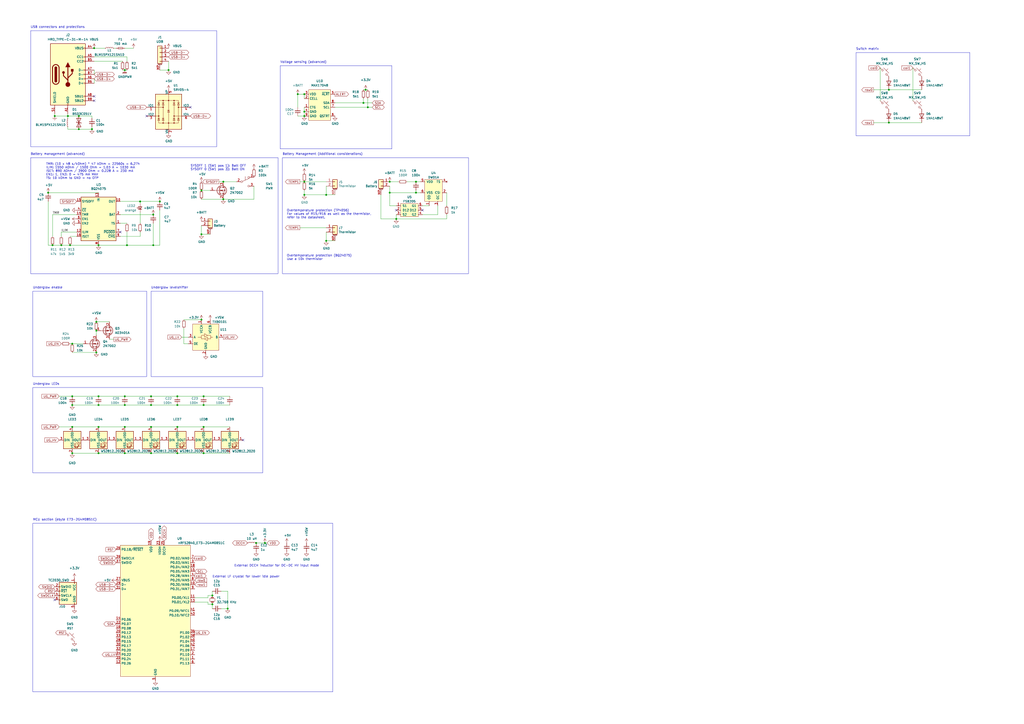
<source format=kicad_sch>
(kicad_sch (version 20231120) (generator "eeschema") (generator_version "8.0")
  (paper "A2")
  (junction (at 148.59 314.96))
  (junction (at 226.06 105.41))
  (junction (at 53.34 74.93))
  (junction (at 210.82 59.69))
  (junction (at 189.23 113.03))
  (junction (at 118.11 229.87))
  (junction (at 30.48 142.24) (diameter 0.9144))
  (junction (at 45.72 67.31))
  (junction (at 116.84 185.42))
  (junction (at 57.15 142.24) (diameter 0.9144))
  (junction (at 102.87 229.87))
  (junction (at 92.71 116.84))
  (junction (at 87.63 262.89))
  (junction (at 41.91 199.39))
  (junction (at 189.23 139.7))
  (junction (at 97.79 40.64))
  (junction (at 176.53 64.77))
  (junction (at 226.06 111.76))
  (junction (at 123.19 350.52))
  (junction (at 72.39 247.65))
  (junction (at 41.91 262.89))
  (junction (at 45.72 74.93))
  (junction (at 55.88 191.77))
  (junction (at 87.63 229.87))
  (junction (at 172.72 54.61))
  (junction (at 57.15 234.95))
  (junction (at 88.9 142.24))
  (junction (at 81.28 116.84))
  (junction (at 116.84 110.49))
  (junction (at 241.3 111.76))
  (junction (at 40.64 142.24) (diameter 0.9144))
  (junction (at 229.87 127))
  (junction (at 57.15 262.89))
  (junction (at 57.15 229.87))
  (junction (at 54.61 27.94))
  (junction (at 129.54 115.57))
  (junction (at 176.53 113.03))
  (junction (at 132.08 353.06))
  (junction (at 35.56 142.24) (diameter 0.9144))
  (junction (at 72.39 262.89))
  (junction (at 123.19 345.44))
  (junction (at 176.53 105.41))
  (junction (at 73.66 142.24) (diameter 0.9144))
  (junction (at 241.3 105.41))
  (junction (at 87.63 234.95))
  (junction (at 118.11 262.89))
  (junction (at 31.75 67.31))
  (junction (at 212.09 52.07))
  (junction (at 176.53 67.31))
  (junction (at 39.37 67.31))
  (junction (at 129.54 105.41))
  (junction (at 72.39 229.87))
  (junction (at 102.87 262.89))
  (junction (at 515.62 52.07))
  (junction (at 102.87 234.95))
  (junction (at 72.39 40.64))
  (junction (at 153.67 314.96))
  (junction (at 116.84 135.89))
  (junction (at 515.62 71.12))
  (junction (at 27.94 111.76))
  (junction (at 87.63 247.65))
  (junction (at 118.11 234.95))
  (junction (at 41.91 247.65))
  (junction (at 88.9 124.46) (diameter 0.9144))
  (junction (at 72.39 234.95))
  (junction (at 41.91 229.87))
  (junction (at 41.91 234.95))
  (junction (at 55.88 186.69))
  (junction (at 213.36 62.23))
  (junction (at 118.11 247.65))
  (junction (at 176.53 54.61))
  (junction (at 55.88 204.47))
  (junction (at 102.87 247.65))
  (junction (at 57.15 247.65))
  (no_connect (at 54.61 58.42))
  (no_connect (at 229.87 121.92))
  (no_connect (at 245.11 121.92))
  (no_connect (at 54.61 55.88))
  (no_connect (at 140.97 255.27))
  (no_connect (at 69.85 134.62))
  (no_connect (at 31.75 347.98))
  (no_connect (at 85.09 67.31))
  (no_connect (at 110.49 62.23))
  (wire (pts (xy 243.84 111.76) (xy 241.3 111.76)))
  (wire (pts (xy 41.91 229.87) (xy 57.15 229.87)))
  (wire (pts (xy 92.71 40.64) (xy 97.79 40.64)))
  (wire (pts (xy 118.11 234.95) (xy 133.35 234.95)))
  (wire (pts (xy 57.15 142.24) (xy 73.66 142.24)))
  (wire (pts (xy 39.37 74.93) (xy 45.72 74.93)))
  (wire (pts (xy 72.39 27.94) (xy 77.47 27.94)))
  (wire (pts (xy 102.87 229.87) (xy 118.11 229.87)))
  (wire (pts (xy 113.03 349.25) (xy 120.65 349.25)))
  (wire (pts (xy 81.28 116.84) (xy 92.71 116.84)))
  (wire (pts (xy 30.48 124.46) (xy 30.48 137.16)))
  (wire (pts (xy 41.91 199.39) (xy 48.26 199.39)))
  (wire (pts (xy 72.39 247.65) (xy 87.63 247.65)))
  (wire (pts (xy 69.85 129.54) (xy 73.66 129.54)))
  (wire (pts (xy 176.53 110.49) (xy 176.53 113.03)))
  (wire (pts (xy 105.41 195.58) (xy 109.22 195.58)))
  (wire (pts (xy 116.84 110.49) (xy 121.92 110.49)))
  (wire (pts (xy 120.65 346.71) (xy 120.65 345.44)))
  (wire (pts (xy 176.53 64.77) (xy 176.53 67.31)))
  (wire (pts (xy 30.48 142.24) (xy 35.56 142.24)))
  (wire (pts (xy 41.91 262.89) (xy 57.15 262.89)))
  (wire (pts (xy 229.87 124.46) (xy 229.87 127)))
  (wire (pts (xy 81.28 134.62) (xy 81.28 137.16)))
  (wire (pts (xy 35.56 134.62) (xy 44.45 134.62)))
  (wire (pts (xy 73.66 35.56) (xy 73.66 33.02)))
  (wire (pts (xy 213.36 62.23) (xy 215.9 62.23)))
  (wire (pts (xy 127 105.41) (xy 129.54 105.41)))
  (wire (pts (xy 102.87 262.89) (xy 118.11 262.89)))
  (wire (pts (xy 189.23 139.7) (xy 194.31 139.7)))
  (wire (pts (xy 153.67 314.96) (xy 154.94 314.96)))
  (wire (pts (xy 39.37 73.66) (xy 39.37 74.93)))
  (wire (pts (xy 123.19 342.9) (xy 123.19 345.44)))
  (wire (pts (xy 123.19 350.52) (xy 123.19 353.06)))
  (wire (pts (xy 72.39 40.64) (xy 73.66 40.64)))
  (wire (pts (xy 116.84 115.57) (xy 129.54 115.57)))
  (wire (pts (xy 176.53 62.23) (xy 176.53 64.77)))
  (wire (pts (xy 31.75 66.04) (xy 31.75 67.31)))
  (wire (pts (xy 245.11 119.38) (xy 248.92 119.38)))
  (wire (pts (xy 148.59 314.96) (xy 153.67 314.96)))
  (wire (pts (xy 73.66 33.02) (xy 54.61 33.02)))
  (wire (pts (xy 120.65 349.25) (xy 120.65 350.52)))
  (wire (pts (xy 97.79 40.64) (xy 97.79 35.56)))
  (wire (pts (xy 210.82 59.69) (xy 215.9 59.69)))
  (wire (pts (xy 194.31 62.23) (xy 213.36 62.23)))
  (wire (pts (xy 57.15 262.89) (xy 72.39 262.89)))
  (wire (pts (xy 54.61 45.72) (xy 54.61 48.26)))
  (wire (pts (xy 41.91 234.95) (xy 57.15 234.95)))
  (wire (pts (xy 254 124.46) (xy 254 119.38)))
  (wire (pts (xy 172.72 67.31) (xy 176.53 67.31)))
  (wire (pts (xy 66.04 27.94) (xy 67.31 27.94)))
  (wire (pts (xy 220.98 113.03) (xy 220.98 127)))
  (wire (pts (xy 226.06 111.76) (xy 241.3 111.76)))
  (wire (pts (xy 212.09 52.07) (xy 213.36 52.07)))
  (wire (pts (xy 53.34 68.58) (xy 53.34 67.31)))
  (wire (pts (xy 39.37 66.04) (xy 39.37 67.31)))
  (wire (pts (xy 27.94 111.76) (xy 57.15 111.76)))
  (wire (pts (xy 72.39 234.95) (xy 87.63 234.95)))
  (wire (pts (xy 88.9 129.54) (xy 88.9 142.24)))
  (wire (pts (xy 176.53 113.03) (xy 189.23 113.03)))
  (wire (pts (xy 226.06 111.76) (xy 226.06 119.38)))
  (wire (pts (xy 87.63 234.95) (xy 102.87 234.95)))
  (wire (pts (xy 63.5 196.85) (xy 66.04 196.85)))
  (wire (pts (xy 213.36 62.23) (xy 213.36 57.15)))
  (wire (pts (xy 40.64 137.16) (xy 44.45 137.16)))
  (wire (pts (xy 54.61 40.64) (xy 54.61 43.18)))
  (wire (pts (xy 30.48 124.46) (xy 44.45 124.46)))
  (wire (pts (xy 41.91 247.65) (xy 57.15 247.65)))
  (wire (pts (xy 226.06 105.41) (xy 231.14 105.41)))
  (wire (pts (xy 189.23 107.95) (xy 189.23 113.03)))
  (wire (pts (xy 172.72 54.61) (xy 172.72 62.23)))
  (wire (pts (xy 241.3 111.76) (xy 241.3 110.49)))
  (wire (pts (xy 106.68 199.39) (xy 109.22 199.39)))
  (wire (pts (xy 147.32 107.95) (xy 147.32 115.57)))
  (wire (pts (xy 147.32 115.57) (xy 129.54 115.57)))
  (wire (pts (xy 172.72 54.61) (xy 176.53 54.61)))
  (wire (pts (xy 210.82 52.07) (xy 212.09 52.07)))
  (wire (pts (xy 189.23 134.62) (xy 189.23 139.7)))
  (wire (pts (xy 45.72 67.31) (xy 39.37 67.31)))
  (wire (pts (xy 116.84 130.81) (xy 116.84 135.89)))
  (wire (pts (xy 69.85 124.46) (xy 88.9 124.46)))
  (wire (pts (xy 53.34 74.93) (xy 45.72 74.93)))
  (wire (pts (xy 57.15 229.87) (xy 72.39 229.87)))
  (wire (pts (xy 102.87 247.65) (xy 118.11 247.65)))
  (wire (pts (xy 173.99 105.41) (xy 176.53 105.41)))
  (wire (pts (xy 27.94 142.24) (xy 30.48 142.24)))
  (wire (pts (xy 72.39 229.87) (xy 87.63 229.87)))
  (wire (pts (xy 71.12 40.64) (xy 72.39 40.64)))
  (wire (pts (xy 54.61 27.94) (xy 60.96 27.94)))
  (wire (pts (xy 81.28 118.11) (xy 81.28 116.84)))
  (wire (pts (xy 210.82 59.69) (xy 210.82 57.15)))
  (wire (pts (xy 173.99 132.08) (xy 189.23 132.08)))
  (wire (pts (xy 120.65 345.44) (xy 123.19 345.44)))
  (wire (pts (xy 87.63 262.89) (xy 102.87 262.89)))
  (wire (pts (xy 57.15 234.95) (xy 72.39 234.95)))
  (wire (pts (xy 529.59 39.37) (xy 529.59 58.42)))
  (wire (pts (xy 128.27 353.06) (xy 132.08 353.06)))
  (wire (pts (xy 106.68 190.5) (xy 106.68 199.39)))
  (wire (pts (xy 53.34 74.93) (xy 53.34 73.66)))
  (wire (pts (xy 87.63 247.65) (xy 102.87 247.65)))
  (wire (pts (xy 69.85 137.16) (xy 81.28 137.16)))
  (wire (pts (xy 53.34 67.31) (xy 45.72 67.31)))
  (wire (pts (xy 116.84 135.89) (xy 121.92 135.89)))
  (wire (pts (xy 128.27 342.9) (xy 132.08 342.9)))
  (wire (pts (xy 226.06 119.38) (xy 229.87 119.38)))
  (wire (pts (xy 27.94 116.84) (xy 27.94 142.24)))
  (wire (pts (xy 73.66 134.62) (xy 73.66 142.24)))
  (wire (pts (xy 57.15 247.65) (xy 72.39 247.65)))
  (wire (pts (xy 54.61 35.56) (xy 71.12 35.56)))
  (wire (pts (xy 118.11 262.89) (xy 133.35 262.89)))
  (wire (pts (xy 41.91 204.47) (xy 55.88 204.47)))
  (wire (pts (xy 92.71 142.24) (xy 88.9 142.24)))
  (wire (pts (xy 515.62 52.07) (xy 534.67 52.07)))
  (wire (pts (xy 241.3 105.41) (xy 243.84 105.41)))
  (wire (pts (xy 506.73 52.07) (xy 515.62 52.07)))
  (wire (pts (xy 72.39 262.89) (xy 87.63 262.89)))
  (wire (pts (xy 194.31 59.69) (xy 210.82 59.69)))
  (wire (pts (xy 35.56 142.24) (xy 40.64 142.24)))
  (wire (pts (xy 226.06 107.95) (xy 226.06 111.76)))
  (wire (pts (xy 506.73 71.12) (xy 515.62 71.12)))
  (wire (pts (xy 118.11 247.65) (xy 133.35 247.65)))
  (wire (pts (xy 236.22 105.41) (xy 241.3 105.41)))
  (wire (pts (xy 118.11 229.87) (xy 133.35 229.87)))
  (wire (pts (xy 220.98 127) (xy 229.87 127)))
  (wire (pts (xy 106.68 185.42) (xy 116.84 185.42)))
  (wire (pts (xy 229.87 127) (xy 259.08 127)))
  (wire (pts (xy 176.53 105.41) (xy 189.23 105.41)))
  (wire (pts (xy 189.23 113.03) (xy 194.31 113.03)))
  (wire (pts (xy 73.66 142.24) (xy 88.9 142.24)))
  (wire (pts (xy 113.03 346.71) (xy 120.65 346.71)))
  (wire (pts (xy 81.28 123.19) (xy 81.28 129.54)))
  (wire (pts (xy 40.64 142.24) (xy 57.15 142.24)))
  (wire (pts (xy 34.29 229.87) (xy 41.91 229.87)))
  (wire (pts (xy 129.54 105.41) (xy 137.16 105.41)))
  (wire (pts (xy 92.71 121.92) (xy 92.71 142.24)))
  (wire (pts (xy 55.88 186.69) (xy 63.5 186.69)))
  (wire (pts (xy 515.62 71.12) (xy 534.67 71.12)))
  (wire (pts (xy 69.85 116.84) (xy 81.28 116.84)))
  (wire (pts (xy 35.56 134.62) (xy 35.56 137.16)))
  (wire (pts (xy 259.08 127) (xy 259.08 124.46)))
  (wire (pts (xy 510.54 39.37) (xy 510.54 58.42)))
  (wire (pts (xy 34.29 247.65) (xy 41.91 247.65)))
  (wire (pts (xy 120.65 350.52) (xy 123.19 350.52)))
  (wire (pts (xy 39.37 67.31) (xy 39.37 68.58)))
  (wire (pts (xy 55.88 191.77) (xy 55.88 194.31)))
  (wire (pts (xy 132.08 342.9) (xy 132.08 353.06)))
  (wire (pts (xy 176.53 54.61) (xy 176.53 57.15)))
  (wire (pts (xy 87.63 229.87) (xy 102.87 229.87)))
  (wire (pts (xy 245.11 124.46) (xy 254 124.46)))
  (wire (pts (xy 102.87 234.95) (xy 118.11 234.95)))
  (wire (pts (xy 31.75 67.31) (xy 39.37 67.31)))
  (wire (pts (xy 259.08 111.76) (xy 259.08 119.38)))
  (wire (pts (xy 40.64 199.39) (xy 41.91 199.39)))
  (rectangle (start 496.57 30.48) (end 562.61 78.74))
  (rectangle (start 17.78 91.44) (end 161.29 158.75))
  (rectangle (start 17.78 17.78) (end 125.73 85.09))
  (rectangle (start 19.05 168.91) (end 85.09 218.44))
  (rectangle (start 19.05 224.79) (end 152.4 274.32))
  (rectangle (start 87.63 168.91) (end 152.4 218.44))
  (rectangle (start 163.83 91.44) (end 271.78 158.75))
  (rectangle (start 162.56 38.1) (end 227.33 86.36))
  (rectangle (start 19.05 303.53) (end 193.04 401.32))
  (text "TMR: (10 x 48 s/kOhm) * 47 kOhm = 22560s = 6.27h\nILIM: 1550 AOhm / 1500 Ohm = 1.03 A = 1030 mA\nISET: 890 AOhm / 3900 Ohm = 0.228 A = 230 mA\nEN1: 1, EN2: 0 = 475 mA MAX\nTS: 10 kOhm to GND = no OTP" (at 26.67 104.14 0) (effects (font (size 1.27 1.27)) (justify left bottom)))
  (text "Switch matrix" (at 496.57 29.21 0) (effects (font (size 1.27 1.27)) (justify left bottom)))
  (text "USB connectors and protections" (at 17.78 16.51 0) (effects (font (size 1.27 1.27)) (justify left bottom)))
  (text "Underglow levelshifter" (at 87.63 167.64 0) (effects (font (size 1.27 1.27)) (justify left bottom)))
  (text "External LF crystal for lower idle power" (at 123.19 335.28 0) (effects (font (size 1.27 1.27)) (justify left bottom)))
  (text "Underglow LEDs" (at 19.05 223.52 0) (effects (font (size 1.27 1.27)) (justify left bottom)))
  (text "Battery management (advanced)" (at 17.78 90.17 0) (effects (font (size 1.27 1.27)) (justify left bottom)))
  (text "External DCCH inductor for DC-DC HV input mode" (at 135.89 328.93 0) (effects (font (size 1.27 1.27)) (justify left bottom)))
  (text "Overtemperature protection (TP4056)\nFor values of R15/R16 as well as the thermistor, \nrefer to the datasheet." (at 166.37 127 0) (effects (font (size 1.27 1.27)) (justify left bottom)))
  (text "Battery Management (Additional considerations)" (at 163.83 90.17 0) (effects (font (size 1.27 1.27)) (justify left bottom)))
  (text "SYSOFF 1 (SW1 pos 1): Batt OFF\nSYSOFF 0 (SW1 pos 3): Batt ON" (at 110.49 99.06 0) (effects (font (size 1.27 1.27)) (justify left bottom)))
  (text "Overtemperature protection (BQ24075)\nUse a 10k thermistor" (at 166.37 151.13 0) (effects (font (size 1.27 1.27)) (justify left bottom)))
  (text "MCU section (ebyte E73-2G4M08S1C)" (at 19.05 302.26 0) (effects (font (size 1.27 1.27)) (justify left bottom)))
  (text "Underglow enable" (at 19.05 167.64 0) (effects (font (size 1.27 1.27)) (justify left bottom)))
  (text "Voltage sensing (advanced)" (at 162.56 36.83 0) (effects (font (size 1.27 1.27)) (justify left bottom)))
  (label "TMR" (at 30.48 124.46 0))
  (label "ILIM" (at 35.56 134.62 0))
  (global_label "UG_PWR" (shape output) (at 66.04 196.85 0) (property "Intersheetrefs" "${INTERSHEET_REFS}" (effects (hide yes))))
  (global_label "USB-D+" (shape bidirectional) (at 97.79 33.02 0) (property "Intersheetrefs" "${INTERSHEET_REFS}" (effects (hide yes))))
  (global_label "col1" (shape input) (at 529.59 39.37 180) (property "Intersheetrefs" "${INTERSHEET_REFS}" (effects (hide yes))))
  (global_label "UG_EN" (shape input) (at 35.56 199.39 180) (property "Intersheetrefs" "${INTERSHEET_REFS}" (effects (hide yes))))
  (global_label "col1" (shape output) (at 113.03 334.01 0) (property "Intersheetrefs" "${INTERSHEET_REFS}" (effects (hide yes))))
  (global_label "USB-D-" (shape bidirectional) (at 85.09 62.23 180) (property "Intersheetrefs" "${INTERSHEET_REFS}" (effects (hide yes))))
  (global_label "TEMP1" (shape output) (at 173.99 105.41 180) (property "Intersheetrefs" "${INTERSHEET_REFS}" (effects (hide yes))))
  (global_label "USB-D+" (shape bidirectional) (at 110.49 67.31 0) (property "Intersheetrefs" "${INTERSHEET_REFS}" (effects (hide yes))))
  (global_label "SYSOFF" (shape output) (at 127 105.41 180) (property "Intersheetrefs" "${INTERSHEET_REFS}" (effects (hide yes))))
  (global_label "SDA" (shape bidirectional) (at 215.9 59.69 0) (property "Intersheetrefs" "${INTERSHEET_REFS}" (effects (hide yes))))
  (global_label "row0" (shape input) (at 113.03 336.55 0) (property "Intersheetrefs" "${INTERSHEET_REFS}" (effects (hide yes))))
  (global_label "row1" (shape input) (at 113.03 339.09 0) (property "Intersheetrefs" "${INTERSHEET_REFS}" (effects (hide yes))))
  (global_label "SWDIO" (shape bidirectional) (at 31.75 340.36 180) (property "Intersheetrefs" "${INTERSHEET_REFS}" (effects (hide yes))))
  (global_label "row0" (shape output) (at 506.73 52.07 180) (property "Intersheetrefs" "${INTERSHEET_REFS}" (effects (hide yes))))
  (global_label "USB-D-" (shape bidirectional) (at 67.31 339.09 180) (property "Intersheetrefs" "${INTERSHEET_REFS}" (effects (hide yes))))
  (global_label "UG_PWR" (shape input) (at 34.29 229.87 180) (property "Intersheetrefs" "${INTERSHEET_REFS}" (effects (hide yes))))
  (global_label "SWDCLK" (shape output) (at 31.75 345.44 180) (property "Intersheetrefs" "${INTERSHEET_REFS}" (effects (hide yes))))
  (global_label "USB-D+" (shape bidirectional) (at 54.61 45.72 0) (property "Intersheetrefs" "${INTERSHEET_REFS}" (effects (hide yes))))
  (global_label "VDD" (shape bidirectional) (at 154.94 314.96 0) (property "Intersheetrefs" "${INTERSHEET_REFS}" (effects (hide yes))))
  (global_label "USB-D-" (shape bidirectional) (at 54.61 43.18 0) (property "Intersheetrefs" "${INTERSHEET_REFS}" (effects (hide yes))))
  (global_label "SCL" (shape bidirectional) (at 215.9 62.23 0) (property "Intersheetrefs" "${INTERSHEET_REFS}" (effects (hide yes))))
  (global_label "VDD" (shape bidirectional) (at 87.63 313.69 90) (property "Intersheetrefs" "${INTERSHEET_REFS}" (effects (hide yes))))
  (global_label "RST" (shape output) (at 31.75 342.9 180) (property "Intersheetrefs" "${INTERSHEET_REFS}" (effects (hide yes))))
  (global_label "UG_LV" (shape input) (at 105.41 195.58 180) (property "Intersheetrefs" "${INTERSHEET_REFS}" (effects (hide yes))))
  (global_label "UG_LV" (shape output) (at 67.31 379.73 180) (property "Intersheetrefs" "${INTERSHEET_REFS}" (effects (hide yes))))
  (global_label "row1" (shape output) (at 506.73 71.12 180) (property "Intersheetrefs" "${INTERSHEET_REFS}" (effects (hide yes))))
  (global_label "ALERT" (shape output) (at 194.31 54.61 0) (property "Intersheetrefs" "${INTERSHEET_REFS}" (effects (hide yes))))
  (global_label "TEMP1" (shape output) (at 173.99 132.08 180) (property "Intersheetrefs" "${INTERSHEET_REFS}" (effects (hide yes))))
  (global_label "SCL" (shape bidirectional) (at 113.03 331.47 0) (property "Intersheetrefs" "${INTERSHEET_REFS}" (effects (hide yes))))
  (global_label "SWDCLK" (shape input) (at 67.31 323.85 180) (property "Intersheetrefs" "${INTERSHEET_REFS}" (effects (hide yes))))
  (global_label "UG_PWR" (shape input) (at 34.29 247.65 180) (property "Intersheetrefs" "${INTERSHEET_REFS}" (effects (hide yes))))
  (global_label "UG_EN" (shape output) (at 113.03 367.03 0) (property "Intersheetrefs" "${INTERSHEET_REFS}" (effects (hide yes))))
  (global_label "RST" (shape output) (at 38.1 367.03 180) (property "Intersheetrefs" "${INTERSHEET_REFS}" (effects (hide yes))))
  (global_label "RST" (shape input) (at 67.31 318.77 180) (property "Intersheetrefs" "${INTERSHEET_REFS}" (effects (hide yes))))
  (global_label "SDA" (shape bidirectional) (at 67.31 361.95 180) (property "Intersheetrefs" "${INTERSHEET_REFS}" (effects (hide yes))))
  (global_label "DCCH" (shape bidirectional) (at 143.51 314.96 180) (property "Intersheetrefs" "${INTERSHEET_REFS}" (effects (hide yes))))
  (global_label "SWDIO" (shape bidirectional) (at 67.31 326.39 180) (property "Intersheetrefs" "${INTERSHEET_REFS}" (effects (hide yes))))
  (global_label "col0" (shape output) (at 113.03 323.85 0) (property "Intersheetrefs" "${INTERSHEET_REFS}" (effects (hide yes))))
  (global_label "col0" (shape input) (at 510.54 39.37 180) (property "Intersheetrefs" "${INTERSHEET_REFS}" (effects (hide yes))))
  (global_label "USB-D+" (shape bidirectional) (at 67.31 341.63 180) (property "Intersheetrefs" "${INTERSHEET_REFS}" (effects (hide yes))))
  (global_label "SYSOFF" (shape input) (at 44.45 116.84 180) (property "Intersheetrefs" "${INTERSHEET_REFS}" (effects (hide yes))))
  (global_label "UG_HV" (shape output) (at 129.54 195.58 0) (property "Intersheetrefs" "${INTERSHEET_REFS}" (effects (hide yes))))
  (global_label "DCCH" (shape bidirectional) (at 95.25 313.69 90) (property "Intersheetrefs" "${INTERSHEET_REFS}" (effects (hide yes))))
  (global_label "USB-D-" (shape bidirectional) (at 97.79 30.48 0) (property "Intersheetrefs" "${INTERSHEET_REFS}" (effects (hide yes))))
  (global_label "UG_HV" (shape input) (at 34.29 255.27 180) (property "Intersheetrefs" "${INTERSHEET_REFS}" (effects (hide yes))))
  (symbol (lib_id "power:GND") (at 41.91 262.89 0) (unit 1)
    (property "Reference" "#PWR080" (effects (hide yes)))
    (property "Value" "GND" (at 41.91 268.605 0))
  )
  (symbol (lib_id "PCM_marbastlib-various:WS2812_2020") (at 57.15 255.27 0) (unit 1)
    (property "Reference" "LED4" (at 57.15 243.205 0))
    (property "Value" "WS2812_2020" (at 58.42 260.985 0) (effects (justify left top)))
    (property "Footprint" "PCM_marbastlib-various:LED_WS2812_2020" (effects (hide yes)))
    (property "Datasheet" "https://www.world-semi.com/DownLoadFile/139" (effects (hide yes)))
  )
  (symbol (lib_id "power:+3.3V") (at 43.18 335.28 0) (unit 1)
    (property "Reference" "#PWR052" (effects (hide yes)))
    (property "Value" "+3.3V" (at 43.18 329.565 0))
  )
  (symbol (lib_id "power:+3.3V") (at 116.84 185.42 0) (unit 1)
    (property "Reference" "#PWR074" (effects (hide yes)))
    (property "Value" "+3.3V" (at 112.395 184.15 0))
  )
  (symbol (lib_id "power:GND") (at 44.45 121.92 270) (unit 1)
    (property "Reference" "#PWR023" (effects (hide yes)))
    (property "Value" "GND" (at 40.64 121.9199 90) (effects (justify right)))
  )
  (symbol (lib_id "PCM_marbastlib-various:nRF52840_E73-2G4M08S1C") (at 90.17 354.33 0) (unit 1)
    (property "Reference" "U9" (at 104.14 312.42 0))
    (property "Value" "nRF52840_E73-2G4M08S1C" (at 116.84 314.96 0))
    (property "Footprint" "PCM_marbastlib-various:nRF52840_E73-2G4M08S1C" (effects (hide yes)))
    (property "Datasheet" "https://www.ebyte.com/en/downpdf.aspx?id=445" (effects (hide yes)))
    (property "LCSC" "C356849" (effects (hide yes)))
  )
  (symbol (lib_id "power:+5V") (at 77.47 27.94 0) (unit 1)
    (property "Reference" "#PWR02" (effects (hide yes)))
    (property "Value" "+5V" (at 77.47 22.86 0))
  )
  (symbol (lib_id "PCM_marbastlib-various:WS2812_2020") (at 102.87 255.27 0) (unit 1)
    (property "Reference" "LED7" (at 102.87 243.205 0))
    (property "Value" "WS2812_2020" (at 104.14 260.985 0) (effects (justify left top)))
    (property "Footprint" "PCM_marbastlib-various:LED_WS2812_2020" (effects (hide yes)))
    (property "Datasheet" "https://www.world-semi.com/DownLoadFile/139" (effects (hide yes)))
  )
  (symbol (lib_id "Device:R_Small") (at 35.56 139.7 0) (unit 1)
    (property "Reference" "R12" (at 34.29 144.78 0) (effects (justify left)))
    (property "Value" "1k5" (at 34.29 147.32 0) (effects (justify left)))
    (property "Footprint" "Resistor_SMD:R_0402_1005Metric" (effects (hide yes)))
  )
  (symbol (lib_id "power:GND") (at 55.88 204.47 0) (unit 1)
    (property "Reference" "#PWR077" (effects (hide yes)))
    (property "Value" "GND" (at 58.42 205.5494 0) (effects (justify left)))
  )
  (symbol (lib_id "power:+5V") (at 67.31 336.55 90) (unit 1)
    (property "Reference" "#PWR053" (effects (hide yes)))
    (property "Value" "+5V" (at 62.23 336.55 90))
  )
  (symbol (lib_id "power:+5V") (at 27.94 111.76 0) (unit 1)
    (property "Reference" "#PWR017" (effects (hide yes)))
    (property "Value" "+5V" (at 28.321 107.3658 0))
  )
  (symbol (lib_id "power:+BATT") (at 147.32 97.79 0) (unit 1)
    (property "Reference" "#PWR010" (effects (hide yes)))
    (property "Value" "+BATT" (at 149.86 96.5199 0) (effects (justify left)))
  )
  (symbol (lib_id "Device:R_Small") (at 41.91 201.93 0) (unit 1)
    (property "Reference" "R25" (at 44.45 200.6599 0) (effects (justify left)))
    (property "Value" "10k" (at 44.45 203.1999 0) (effects (justify left)))
    (property "Footprint" "Resistor_SMD:R_0402_1005Metric" (effects (hide yes)))
  )
  (symbol (lib_id "power:GND") (at 119.38 205.74 0) (unit 1)
    (property "Reference" "#PWR078" (effects (hide yes)))
    (property "Value" "GND" (at 121.92 206.8194 0) (effects (justify left)))
  )
  (symbol (lib_id "Device:C_Small") (at 133.35 232.41 180) (unit 1)
    (property "Reference" "C24" (at 130.175 231.1335 0) (effects (justify left)))
    (property "Value" "100n" (at 130.175 233.6735 0) (effects (justify left)))
    (property "Footprint" "Capacitor_SMD:C_0402_1005Metric" (effects (hide yes)))
    (property "Notes" "X7R, 10%" (effects (hide yes)))
  )
  (symbol (lib_id "Device:C_Small") (at 125.73 342.9 90) (unit 1)
    (property "Reference" "C15" (at 125.73 339.4202 90))
    (property "Value" "12p" (at 125.73 337.1088 90))
    (property "Footprint" "Capacitor_SMD:C_0402_1005Metric" (effects (hide yes)))
    (property "Notes" "NP0, 2%" (effects (hide yes)))
  )
  (symbol (lib_id "power:GND") (at 229.87 127 0) (mirror y) (unit 1)
    (property "Reference" "#PWR035" (effects (hide yes)))
    (property "Value" "GND" (at 229.743 131.3942 0))
  )
  (symbol (lib_id "Device:C_Small") (at 87.63 232.41 180) (unit 1)
    (property "Reference" "C21" (at 84.455 231.1335 0) (effects (justify left)))
    (property "Value" "100n" (at 84.455 233.6735 0) (effects (justify left)))
    (property "Footprint" "Capacitor_SMD:C_0402_1005Metric" (effects (hide yes)))
    (property "Notes" "X7R, 10%" (effects (hide yes)))
  )
  (symbol (lib_id "power:VBUS") (at 97.79 27.94 0) (unit 1)
    (property "Reference" "#PWR03" (effects (hide yes)))
    (property "Value" "VBUS" (at 100.33 26.6699 0) (effects (justify left)))
  )
  (symbol (lib_id "Device:L_Small") (at 63.5 27.94 90) (unit 1)
    (property "Reference" "L1" (at 63.5 29.21 90))
    (property "Value" "BLM15PX121SN1D" (at 63.5 31.75 90))
    (property "Footprint" "Inductor_SMD:L_0402_1005Metric" (effects (hide yes)))
  )
  (symbol (lib_id "Connector:USB_C_Receptacle_USB2.0") (at 39.37 43.18 0) (unit 1)
    (property "Reference" "J2" (at 39.37 20.32 0))
    (property "Value" "HRO_TYPE-C-31-M-14" (at 39.37 22.86 0))
    (property "Footprint" "Connector_USB:USB_C_Receptacle_HRO_TYPE-C-31-M-12" (effects (hide yes)))
    (property "Datasheet" "https://www.usb.org/sites/default/files/documents/usb_type-c.zip" (effects (hide yes)))
  )
  (symbol (lib_id "Transistor_FET:2N7002") (at 53.34 199.39 0) (unit 1)
    (property "Reference" "Q4" (at 59.69 198.1199 0) (effects (justify left)))
    (property "Value" "2N7002" (at 59.69 200.6599 0) (effects (justify left)))
    (property "Footprint" "Package_TO_SOT_SMD:SOT-23" (effects (hide yes)))
    (property "Datasheet" "https://www.onsemi.com/pub/Collateral/NDS7002A-D.PDF" (effects (hide yes)))
  )
  (symbol (lib_id "Device:C_Small") (at 148.59 317.5 0) (unit 1)
    (property "Reference" "C12" (at 151.13 316.2363 0) (effects (justify left)))
    (property "Value" "1u" (at 151.13 318.7763 0) (effects (justify left)))
    (property "Footprint" "Capacitor_SMD:C_0402_1005Metric" (effects (hide yes)))
    (property "Notes" "X7R, 10%" (effects (hide yes)))
  )
  (symbol (lib_id "PCM_marbastlib-mx:MX_SW_HS") (at 513.08 41.91 0) (unit 1)
    (property "Reference" "SW6" (at 513.08 34.29 0))
    (property "Value" "MX_SW_HS" (at 513.08 36.83 0))
    (property "Footprint" "PCM_marbastlib-mx:SW_MX_HS_CPG151101S11_1u" (effects (hide yes)))
  )
  (symbol (lib_id "Device:L_Small") (at 39.37 71.12 0) (mirror y) (unit 1)
    (property "Reference" "L2" (at 38.1 69.8499 0) (effects (justify left)))
    (property "Value" "BLM15PX121SN1D" (at 38.1 72.3899 0) (effects (justify left)))
    (property "Footprint" "Inductor_SMD:L_0402_1005Metric" (effects (hide yes)))
  )
  (symbol (lib_id "Device:R_Small") (at 30.48 139.7 0) (unit 1)
    (property "Reference" "R11" (at 29.21 144.78 0) (effects (justify left)))
    (property "Value" "47k" (at 29.21 147.32 0) (effects (justify left)))
    (property "Footprint" "Resistor_SMD:R_0402_1005Metric" (effects (hide yes)))
  )
  (symbol (lib_id "Battery_Management:BQ24075RGT") (at 57.15 127 0) (unit 1)
    (property "Reference" "U3" (at 57.15 107.1626 0))
    (property "Value" "BQ24075" (at 57.15 109.474 0))
    (property "Footprint" "Package_DFN_QFN:VQFN-16-1EP_3x3mm_P0.5mm_EP1.6x1.6mm" (effects (hide yes)))
    (property "Datasheet" "http://www.ti.com/lit/ds/symlink/bq24075.pdf" (effects (hide yes)))
  )
  (symbol (lib_id "Switch:SW_Push_45deg") (at 40.64 369.57 0) (unit 1)
    (property "Reference" "SW5" (at 40.64 361.95 0))
    (property "Value" "RST" (at 40.64 364.49 0))
    (property "Footprint" "PCM_marbastlib-various:SW_SPST_SKQG_WithStem" (effects (hide yes)))
  )
  (symbol (lib_id "Diode:1N4148WT") (at 515.62 67.31 90) (unit 1)
    (property "Reference" "D5" (at 518.16 66.0399 90) (effects (justify right)))
    (property "Value" "1N4148WT" (at 518.16 68.5799 90) (effects (justify right)))
    (property "Footprint" "Diode_SMD:D_SOD-523" (effects (hide yes)))
    (property "Datasheet" "https://www.diodes.com/assets/Datasheets/ds30396.pdf" (effects (hide yes)))
  )
  (symbol (lib_id "Transistor_FET:AO3401A") (at 60.96 191.77 0) (mirror x) (unit 1)
    (property "Reference" "Q3" (at 66.675 190.4999 0) (effects (justify left)))
    (property "Value" "AO3401A" (at 66.675 193.0399 0) (effects (justify left)))
    (property "Footprint" "Package_TO_SOT_SMD:SOT-23" (effects (hide yes)))
    (property "Datasheet" "http://www.aosmd.com/pdfs/datasheet/AO3401A.pdf" (effects (hide yes)))
  )
  (symbol (lib_id "power:VBUS") (at 54.61 27.94 0) (unit 1)
    (property "Reference" "#PWR01" (effects (hide yes)))
    (property "Value" "VBUS" (at 54.61 22.86 0))
  )
  (symbol (lib_id "power:+3.3V") (at 212.09 52.07 0) (unit 1)
    (property "Reference" "#PWR068" (effects (hide yes)))
    (property "Value" "+3.3V" (at 212.09 46.355 0))
  )
  (symbol (lib_id "PCM_marbastlib-various:WS2812_2020") (at 133.35 255.27 0) (unit 1)
    (property "Reference" "LED9" (at 133.35 243.205 0))
    (property "Value" "WS2812_2020" (at 134.62 260.985 0) (effects (justify left top)))
    (property "Footprint" "PCM_marbastlib-various:LED_WS2812_2020" (effects (hide yes)))
    (property "Datasheet" "https://www.world-semi.com/DownLoadFile/139" (effects (hide yes)))
  )
  (symbol (lib_id "power:GND") (at 97.79 40.64 0) (unit 1)
    (property "Reference" "#PWR05" (effects (hide yes)))
    (property "Value" "GND" (at 100.33 41.9099 0) (effects (justify left)))
  )
  (symbol (lib_id "power:GND") (at 43.18 353.06 0) (mirror y) (unit 1)
    (property "Reference" "#PWR058" (effects (hide yes)))
    (property "Value" "GND" (at 43.18 358.14 0))
  )
  (symbol (lib_id "Device:R_Small") (at 81.28 132.08 0) (unit 1)
    (property "Reference" "R10" (at 83.82 130.8099 0) (effects (justify left)))
    (property "Value" "1k5" (at 83.82 133.3499 0) (effects (justify left)))
    (property "Footprint" "Resistor_SMD:R_0402_1005Metric" (effects (hide yes)))
  )
  (symbol (lib_id "Device:R_Small") (at 210.82 54.61 180) (unit 1)
    (property "Reference" "R18" (at 208.28 53.34 0) (effects (justify left)))
    (property "Value" "5k1" (at 208.28 55.88 0) (effects (justify left)))
    (property "Footprint" "Resistor_SMD:R_0402_1005Metric" (effects (hide yes)))
  )
  (symbol (lib_id "PCM_marbastlib-mx:MX_SW_HS") (at 532.13 60.96 0) (unit 1)
    (property "Reference" "SW9" (at 532.13 53.975 0))
    (property "Value" "MX_SW_HS" (at 532.13 56.515 0))
    (property "Footprint" "PCM_marbastlib-mx:SW_MX_HS_CPG151101S11_1u" (effects (hide yes)))
  )
  (symbol (lib_id "PCM_marbastlib-mx:MX_SW_HS") (at 513.08 60.96 0) (unit 1)
    (property "Reference" "SW8" (at 513.08 53.975 0))
    (property "Value" "MX_SW_HS" (at 513.08 56.515 0))
    (property "Footprint" "PCM_marbastlib-mx:SW_MX_HS_CPG151101S11_1u" (effects (hide yes)))
  )
  (symbol (lib_id "Device:Fuse_Small") (at 69.85 27.94 0) (unit 1)
    (property "Reference" "F1" (at 69.85 22.86 0))
    (property "Value" "750 mA" (at 69.85 25.4 0))
    (property "Footprint" "Fuse:Fuse_0603_1608Metric" (effects (hide yes)))
  )
  (symbol (lib_id "Device:C_Small") (at 27.94 114.3 0) (unit 1)
    (property "Reference" "C5" (at 25.4 113.0362 0) (effects (justify right)))
    (property "Value" "4u7" (at 25.4 115.5762 0) (effects (justify right)))
    (property "Footprint" "Capacitor_SMD:C_0402_1005Metric" (effects (hide yes)))
    (property "Notes" "X7R, 10%" (effects (hide yes)))
  )
  (symbol (lib_id "power:GND") (at 97.79 77.47 0) (unit 1)
    (property "Reference" "#PWR09" (effects (hide yes)))
    (property "Value" "GND" (at 97.917 81.8642 0))
  )
  (symbol (lib_id "power:GNDPWR") (at 72.39 40.64 0) (unit 1)
    (property "Reference" "#PWR04" (effects (hide yes)))
    (property "Value" "GNDPWR" (at 72.4916 44.5516 0))
  )
  (symbol (lib_id "Device:R_Small") (at 116.84 113.03 0) (unit 1)
    (property "Reference" "R7" (at 114.3 111.7599 0) (effects (justify right)))
    (property "Value" "10k" (at 114.3 114.2999 0) (effects (justify right)))
    (property "Footprint" "Resistor_SMD:R_0402_1005Metric" (effects (hide yes)))
  )
  (symbol (lib_id "marbastlib-various:MAX17048") (at 185.42 60.96 0) (unit 1)
    (property "Reference" "U10" (at 185.42 46.99 0))
    (property "Value" "MAX17048" (at 185.42 49.53 0))
    (property "Footprint" "Package_DFN_QFN:DFN-8-1EP_2x2mm_P0.5mm_EP0.7x1.3mm" (effects (hide yes)))
    (property "Datasheet" "https://datasheets.maximintegrated.com/en/ds/MAX17048-MAX17049.pdf" (effects (hide yes)))
  )
  (symbol (lib_id "Switch:SW_Push_SPDT") (at 142.24 105.41 0) (unit 1)
    (property "Reference" "SW1" (at 156.21 106.68 0))
    (property "Value" "PWR" (at 156.21 109.22 0))
    (property "Footprint" "PCM_marbastlib-various:SW_MSK12C02-HB" (effects (hide yes)))
  )
  (symbol (lib_id "Device:C_Small") (at 57.15 232.41 180) (unit 1)
    (property "Reference" "C19" (at 53.975 231.1335 0) (effects (justify left)))
    (property "Value" "100n" (at 53.975 233.6735 0) (effects (justify left)))
    (property "Footprint" "Capacitor_SMD:C_0402_1005Metric" (effects (hide yes)))
    (property "Notes" "X7R, 10%" (effects (hide yes)))
  )
  (symbol (lib_id "Device:LED_Small") (at 81.28 120.65 90) (unit 1)
    (property "Reference" "LED2" (at 73.66 119.38 90) (effects (justify right)))
    (property "Value" "orange" (at 72.39 121.92 90) (effects (justify right)))
    (property "Footprint" "LED_SMD:LED_0402_1005Metric" (effects (hide yes)))
  )
  (symbol (lib_id "power:+5V") (at 166.37 314.96 0) (unit 1)
    (property "Reference" "#PWR043" (effects (hide yes)))
    (property "Value" "+5V" (at 166.751 310.5658 0))
  )
  (symbol (lib_id "Device:C_Small") (at 166.37 317.5 0) (unit 1)
    (property "Reference" "C13" (at 168.91 316.2363 0) (effects (justify left)))
    (property "Value" "4u7" (at 168.91 318.7763 0) (effects (justify left)))
    (property "Footprint" "Capacitor_SMD:C_0402_1005Metric" (effects (hide yes)))
    (property "Notes" "X7R, 10%" (effects (hide yes)))
  )
  (symbol (lib_id "Device:C_Small") (at 118.11 232.41 180) (unit 1)
    (property "Reference" "C23" (at 114.935 231.1335 0) (effects (justify left)))
    (property "Value" "100n" (at 114.935 233.6735 0) (effects (justify left)))
    (property "Footprint" "Capacitor_SMD:C_0402_1005Metric" (effects (hide yes)))
    (property "Notes" "X7R, 10%" (effects (hide yes)))
  )
  (symbol (lib_id "power:GND") (at 44.45 129.54 270) (unit 1)
    (property "Reference" "#PWR027" (effects (hide yes)))
    (property "Value" "GND" (at 40.64 129.5399 90) (effects (justify right)))
  )
  (symbol (lib_id "power:+VSW") (at 44.45 127 90) (unit 1)
    (property "Reference" "#PWR025" (effects (hide yes)))
    (property "Value" "+VSW" (at 40.64 126.9999 90) (effects (justify left)))
  )
  (symbol (lib_id "power:GND") (at 176.53 113.03 0) (unit 1)
    (property "Reference" "#PWR034" (effects (hide yes)))
    (property "Value" "GND" (at 176.657 117.4242 0))
  )
  (symbol (lib_id "power:GND") (at 132.08 353.06 0) (unit 1)
    (property "Reference" "#PWR059" (effects (hide yes)))
    (property "Value" "GND" (at 132.08 358.14 0))
  )
  (symbol (lib_id "Device:C_Small") (at 102.87 232.41 180) (unit 1)
    (property "Reference" "C22" (at 99.695 231.1335 0) (effects (justify left)))
    (property "Value" "100n" (at 99.695 233.6735 0) (effects (justify left)))
    (property "Footprint" "Capacitor_SMD:C_0402_1005Metric" (effects (hide yes)))
    (property "Notes" "X7R, 10%" (effects (hide yes)))
  )
  (symbol (lib_id "Device:C_Small") (at 88.9 127 0) (unit 1)
    (property "Reference" "C7" (at 95.25 125.9586 0) (effects (justify left)))
    (property "Value" "4u7" (at 95.25 128.27 0) (effects (justify left)))
    (property "Footprint" "Capacitor_SMD:C_0402_1005Metric" (effects (hide yes)))
    (property "Notes" "X7R, 10%" (effects (hide yes)))
  )
  (symbol (lib_id "power:GND") (at 116.84 135.89 0) (unit 1)
    (property "Reference" "#PWR029" (effects (hide yes)))
    (property "Value" "GND" (at 116.967 140.2842 0))
  )
  (symbol (lib_id "Device:R_Small") (at 176.53 102.87 0) (unit 1)
    (property "Reference" "R14" (at 179.07 101.5999 0) (effects (justify left)))
    (property "Value" "5k" (at 179.07 104.1399 0) (effects (justify left)))
    (property "Footprint" "Resistor_SMD:R_0402_1005Metric" (effects (hide yes)))
  )
  (symbol (lib_id "Device:R_Small") (at 116.84 107.95 0) (unit 1)
    (property "Reference" "R4" (at 114.3 106.6799 0) (effects (justify right)))
    (property "Value" "100R" (at 114.3 109.2199 0) (effects (justify right)))
    (property "Footprint" "Resistor_SMD:R_0402_1005Metric" (effects (hide yes)))
  )
  (symbol (lib_id "Connector_Generic_MountingPin:Conn_01x02_MountingPin") (at 194.31 105.41 0) (unit 1)
    (property "Reference" "J5" (at 196.342 105.6132 0) (effects (justify left)))
    (property "Value" "Thermistor" (at 196.342 107.9246 0) (effects (justify left)))
    (property "Footprint" "Connector_JST:JST_PH_S2B-PH-K_1x02_P2.00mm_Horizontal" (effects (hide yes)))
  )
  (symbol (lib_id "PCM_marbastlib-various:WS2812_2020") (at 87.63 255.27 0) (unit 1)
    (property "Reference" "LED6" (at 87.63 243.205 0))
    (property "Value" "WS2812_2020" (at 88.9 260.985 0) (effects (justify left top)))
    (property "Footprint" "PCM_marbastlib-various:LED_WS2812_2020" (effects (hide yes)))
    (property "Datasheet" "https://www.world-semi.com/DownLoadFile/139" (effects (hide yes)))
  )
  (symbol (lib_id "power:GND") (at 177.8 320.04 0) (unit 1)
    (property "Reference" "#PWR047" (effects (hide yes)))
    (property "Value" "GND" (at 177.8 324.485 0))
  )
  (symbol (lib_id "Connector_Generic_MountingPin:Conn_01x02_MountingPin") (at 121.92 128.27 0) (unit 1)
    (property "Reference" "J3" (at 123.952 128.4732 0) (effects (justify left)))
    (property "Value" "Battery" (at 123.952 130.7846 0) (effects (justify left)))
    (property "Footprint" "PCM_marbastlib-various:Molex_Pico-EZmate_78171-0002_1x02-1MP_P1.20mm_Vertical" (effects (hide yes)))
    (property "LCSC" "C505023" (effects (hide yes)))
  )
  (symbol (lib_id "Device:R_Small") (at 106.68 187.96 0) (unit 1)
    (property "Reference" "R22" (at 104.775 186.6899 0) (effects (justify right)))
    (property "Value" "10k" (at 104.775 189.2299 0) (effects (justify right)))
    (property "Footprint" "Resistor_SMD:R_0402_1005Metric" (effects (hide yes)))
  )
  (symbol (lib_id "power:GND") (at 194.31 67.31 0) (unit 1)
    (property "Reference" "#PWR073" (effects (hide yes)))
    (property "Value" "GND" (at 194.437 71.7042 0))
  )
  (symbol (lib_id "Device:R_Small") (at 73.66 38.1 0) (mirror x) (unit 1)
    (property "Reference" "R2" (at 76.2 36.8299 0) (effects (justify left)))
    (property "Value" "5k1" (at 76.2 39.3699 0) (effects (justify left)))
    (property "Footprint" "Resistor_SMD:R_0402_1005Metric" (effects (hide yes)))
  )
  (symbol (lib_id "power:GND") (at 57.15 142.24 0) (unit 1)
    (property "Reference" "#PWR031" (effects (hide yes)))
    (property "Value" "GND" (at 57.277 146.6342 0))
  )
  (symbol (lib_id "Power_Protection:SRV05-4") (at 97.79 64.77 0) (unit 1)
    (property "Reference" "U1" (at 100.5587 49.53 0) (effects (justify left)))
    (property "Value" "SRV05-4" (at 100.5587 52.07 0) (effects (justify left)))
    (property "Footprint" "Package_TO_SOT_SMD:SOT-23-6" (effects (hide yes)))
    (property "Datasheet" "http://www.onsemi.com/pub/Collateral/SRV05-4-D.PDF" (effects (hide yes)))
  )
  (symbol (lib_id "Device:C_Small") (at 172.72 64.77 180) (unit 1)
    (property "Reference" "C17" (at 170.3832 65.9384 0) (effects (justify left)))
    (property "Value" "100n" (at 170.3832 63.627 0) (effects (justify left)))
    (property "Footprint" "Capacitor_SMD:C_0402_1005Metric" (effects (hide yes)))
    (property "Notes" "X7R, 10%" (effects (hide yes)))
  )
  (symbol (lib_id "Device:R_Small") (at 147.32 100.33 180) (unit 1)
    (property "Reference" "R3" (at 149.86 99.0599 0) (effects (justify right)))
    (property "Value" "100k" (at 149.86 101.5999 0) (effects (justify right)))
    (property "Footprint" "Resistor_SMD:R_0402_1005Metric" (effects (hide yes)))
  )
  (symbol (lib_id "power:GND") (at 166.37 320.04 0) (unit 1)
    (property "Reference" "#PWR046" (effects (hide yes)))
    (property "Value" "GND" (at 166.37 324.485 0))
  )
  (symbol (lib_id "Device:L_Small") (at 146.05 314.96 90) (unit 1)
    (property "Reference" "L3" (at 146.05 309.88 90))
    (property "Value" "10 uH" (at 146.05 312.42 90))
    (property "Footprint" "Inductor_SMD:L_0603_1608Metric" (effects (hide yes)))
    (property "Notes" "80 mA, 20%" (effects (hide yes)))
    (property "LCSC" "C92982" (effects (hide yes)))
  )
  (symbol (lib_id "PCM_marbastlib-various:WS2812_2020") (at 72.39 255.27 0) (unit 1)
    (property "Reference" "LED5" (at 72.39 243.205 0))
    (property "Value" "WS2812_2020" (at 73.66 260.985 0) (effects (justify left top)))
    (property "Footprint" "PCM_marbastlib-various:LED_WS2812_2020" (effects (hide yes)))
    (property "Datasheet" "https://www.world-semi.com/DownLoadFile/139" (effects (hide yes)))
  )
  (symbol (lib_id "power:+VSW") (at 92.71 313.69 0) (unit 1)
    (property "Reference" "#PWR041" (effects (hide yes)))
    (property "Value" "+VSW" (at 92.71 307.34 90))
  )
  (symbol (lib_id "PCM_marbastlib-various:TC2030_SWD") (at 38.1 345.44 0) (unit 1)
    (property "Reference" "J10" (at 34.29 351.79 0) (effects (justify left)))
    (property "Value" "TC2030_SWD" (at 27.94 336.55 0) (effects (justify left)))
    (property "Footprint" "PCM_marbastlib-various:CON_TC2030_outlined" (effects (hide yes)))
    (property "Datasheet" " ~" (effects (hide yes)))
  )
  (symbol (lib_id "power:+VSW") (at 92.71 116.84 0) (unit 1)
    (property "Reference" "#PWR021" (effects (hide yes)))
    (property "Value" "+VSW" (at 92.71 111.76 0))
  )
  (symbol (lib_id "power:+BATT") (at 226.06 105.41 0) (mirror y) (unit 1)
    (property "Reference" "#PWR033" (effects (hide yes)))
    (property "Value" "+BATT" (at 226.06 100.33 0))
  )
  (symbol (lib_id "Device:C_Small") (at 92.71 119.38 0) (unit 1)
    (property "Reference" "C6" (at 95.0468 118.2116 0) (effects (justify left)))
    (property "Value" "4u7" (at 95.0468 120.523 0) (effects (justify left)))
    (property "Footprint" "Capacitor_SMD:C_0402_1005Metric" (effects (hide yes)))
    (property "Notes" "X7R, 10%" (effects (hide yes)))
  )
  (symbol (lib_id "Diode:1N4148WT") (at 534.67 48.26 90) (unit 1)
    (property "Reference" "D4" (at 537.21 46.9899 90) (effects (justify right)))
    (property "Value" "1N4148WT" (at 537.21 49.5299 90) (effects (justify right)))
    (property "Footprint" "Diode_SMD:D_SOD-523" (effects (hide yes)))
    (property "Datasheet" "https://www.diodes.com/assets/Datasheets/ds30396.pdf" (effects (hide yes)))
  )
  (symbol (lib_id "power:GND") (at 53.34 74.93 0) (unit 1)
    (property "Reference" "#PWR08" (effects (hide yes)))
    (property "Value" "GND" (at 55.88 76.1999 0) (effects (justify left)))
  )
  (symbol (lib_id "power:+5V") (at 176.53 100.33 0) (unit 1)
    (property "Reference" "#PWR032" (effects (hide yes)))
    (property "Value" "+5V" (at 176.911 95.9358 0))
  )
  (symbol (lib_id "power:GND") (at 176.53 67.31 0) (unit 1)
    (property "Reference" "#PWR072" (effects (hide yes)))
    (property "Value" "GND" (at 176.657 71.7042 0))
  )
  (symbol (lib_id "power:GND") (at 41.91 234.95 0) (unit 1)
    (property "Reference" "#PWR079" (effects (hide yes)))
    (property "Value" "GND" (at 41.91 240.665 0))
  )
  (symbol (lib_id "Device:R_Small") (at 213.36 54.61 180) (unit 1)
    (property "Reference" "R19" (at 215.9 53.3399 0) (effects (justify right)))
    (property "Value" "5k1" (at 215.9 55.8799 0) (effects (justify right)))
    (property "Footprint" "Resistor_SMD:R_0402_1005Metric" (effects (hide yes)))
  )
  (symbol (lib_id "power:Earth") (at 31.75 67.31 0) (unit 1)
    (property "Reference" "#PWR07" (effects (hide yes)))
    (property "Value" "Earth" (effects (hide yes)))
  )
  (symbol (lib_id "Transistor_FET:2N7002") (at 127 110.49 0) (unit 1)
    (property "Reference" "Q2" (at 133.35 109.2199 0) (effects (justify left)))
    (property "Value" "2N7002" (at 133.35 111.7599 0) (effects (justify left)))
    (property "Footprint" "Package_TO_SOT_SMD:SOT-23" (effects (hide yes)))
    (property "Datasheet" "https://www.onsemi.com/pub/Collateral/NDS7002A-D.PDF" (effects (hide yes)))
  )
  (symbol (lib_id "PCM_marbastlib-various:TXB0101") (at 119.38 198.12 0) (unit 1)
    (property "Reference" "U11" (at 129.54 191.135 0))
    (property "Value" "TXB0101" (at 123.19 186.69 0) (effects (justify left)))
    (property "Footprint" "Package_TO_SOT_SMD:SOT-363_SC-70-6_Handsoldering" (effects (hide yes)))
    (property "Datasheet" "https://datasheet.lcsc.com/szlcsc/Texas-Instruments-TI-TXB0101DCKR_C324081.pdf" (effects (hide yes)))
    (property "LCSC" "C324081" (effects (hide yes)))
  )
  (symbol (lib_id "Device:C_Small") (at 41.91 232.41 180) (unit 1)
    (property "Reference" "C18" (at 38.735 231.1335 0) (effects (justify left)))
    (property "Value" "100n" (at 38.735 233.6735 0) (effects (justify left)))
    (property "Footprint" "Capacitor_SMD:C_0402_1005Metric" (effects (hide yes)))
    (property "Notes" "X7R, 10%" (effects (hide yes)))
  )
  (symbol (lib_id "Device:R_Small") (at 73.66 132.08 0) (unit 1)
    (property "Reference" "R9" (at 76.2 130.8099 0) (effects (justify left)))
    (property "Value" "10k" (at 76.2 133.3499 0) (effects (justify left)))
    (property "Footprint" "Resistor_SMD:R_0402_1005Metric" (effects (hide yes)))
  )
  (symbol (lib_id "power:GND") (at 90.17 394.97 0) (unit 1)
    (property "Reference" "#PWR067" (effects (hide yes)))
    (property "Value" "GND" (at 90.17 399.415 0))
  )
  (symbol (lib_id "power:GND") (at 148.59 320.04 0) (unit 1)
    (property "Reference" "#PWR045" (effects (hide yes)))
    (property "Value" "GND" (at 148.59 324.485 0))
  )
  (symbol (lib_id "Connector_Generic_MountingPin:Conn_01x02_MountingPin") (at 194.31 132.08 0) (unit 1)
    (property "Reference" "J7" (at 196.342 132.2832 0) (effects (justify left)))
    (property "Value" "Thermistor" (at 196.342 134.5946 0) (effects (justify left)))
    (property "Footprint" "Connector_JST:JST_PH_S2B-PH-K_1x02_P2.00mm_Horizontal" (effects (hide yes)))
  )
  (symbol (lib_id "PCM_marbastlib-various:DW01A") (at 251.46 110.49 0) (unit 1)
    (property "Reference" "U4" (at 251.46 100.33 0))
    (property "Value" "DW01A" (at 251.46 102.87 0))
    (property "Footprint" "Package_TO_SOT_SMD:SOT-23-6" (effects (hide yes)))
    (property "Datasheet" "https://datasheet.lcsc.com/szlcsc/Fortune-Semicon-DW01A-G_C61503.pdf" (effects (hide yes)))
    (property "LCSC" "C61503" (effects (hide yes)))
  )
  (symbol (lib_id "power:+VSW") (at 55.88 186.69 0) (unit 1)
    (property "Reference" "#PWR076" (effects (hide yes)))
    (property "Value" "+VSW" (at 55.88 181.61 0))
  )
  (symbol (lib_id "Device:R_Small") (at 259.08 121.92 180) (unit 1)
    (property "Reference" "R17" (at 261.62 120.6499 0) (effects (justify right)))
    (property "Value" "1k" (at 261.62 123.1899 0) (effects (justify right)))
    (property "Footprint" "Resistor_SMD:R_0402_1005Metric" (effects (hide yes)))
  )
  (symbol (lib_id "PCM_marbastlib-various:WS2812_2020") (at 41.91 255.27 0) (unit 1)
    (property "Reference" "LED3" (at 41.91 243.205 0))
    (property "Value" "WS2812_2020" (at -312.42 413.385 0) (effects (justify left top)))
    (property "Footprint" "PCM_marbastlib-various:LED_WS2812_2020" (effects (hide yes)))
    (property "Datasheet" "https://www.world-semi.com/DownLoadFile/139" (effects (hide yes)))
  )
  (symbol (lib_id "PCM_marbastlib-various:FS8205") (at 237.49 121.92 0) (unit 1)
    (property "Reference" "U5" (at 237.49 114.3 0))
    (property "Value" "FS8205" (at 237.49 116.84 0))
    (property "Footprint" "Package_TO_SOT_SMD:SOT-23-6" (effects (hide yes)))
    (property "Datasheet" "https://datasheet.lcsc.com/szlcsc/Fortune-Semicon-FS8205_C32254.pdf" (effects (hide yes)))
    (property "LCSC" "C32254" (effects (hide yes)))
  )
  (symbol (lib_id "power:GND") (at 129.54 115.57 0) (unit 1)
    (property "Reference" "#PWR020" (effects (hide yes)))
    (property "Value" "GND" (at 132.08 116.6494 0) (effects (justify left)))
  )
  (symbol (lib_id "Device:R_Small") (at 55.88 189.23 0) (unit 1)
    (property "Reference" "R23" (at 53.975 187.9599 0) (effects (justify right)))
    (property "Value" "10k" (at 53.975 190.4999 0) (effects (justify right)))
    (property "Footprint" "Resistor_SMD:R_0402_1005Metric" (effects (hide yes)))
  )
  (symbol (lib_id "power:+BATT") (at 88.9 124.46 0) (unit 1)
    (property "Reference" "#PWR024" (effects (hide yes)))
    (property "Value" "+BATT" (at 86.36 120.65 0))
  )
  (symbol (lib_id "Device:R_Small") (at 233.68 105.41 90) (unit 1)
    (property "Reference" "R15" (at 233.68 99.06 90))
    (property "Value" "100R" (at 233.68 101.6 90))
    (property "Footprint" "Resistor_SMD:R_0402_1005Metric" (effects (hide yes)))
  )
  (symbol (lib_id "Device:C_Small") (at 53.34 71.12 0) (unit 1)
    (property "Reference" "C1" (at 55.6768 69.9516 0) (effects (justify left)))
    (property "Value" "100n" (at 55.6768 72.263 0) (effects (justify left)))
    (property "Footprint" "Capacitor_SMD:C_0402_1005Metric" (effects (hide yes)))
    (property "Notes" "X7R, 10%" (effects (hide yes)))
  )
  (symbol (lib_id "power:+3.3V") (at 153.67 314.96 0) (unit 1)
    (property "Reference" "#PWR042" (effects (hide yes)))
    (property "Value" "+3.3V" (at 153.67 309.245 90))
  )
  (symbol (lib_id "power:+5V") (at 97.79 52.07 0) (unit 1)
    (property "Reference" "#PWR06" (effects (hide yes)))
    (property "Value" "+5V" (at 97.79 46.99 0))
  )
  (symbol (lib_id "power:+BATT") (at 172.72 54.61 0) (unit 1)
    (property "Reference" "#PWR069" (effects (hide yes)))
    (property "Value" "+BATT" (at 172.72 49.53 0))
  )
  (symbol (lib_id "Device:R_Small") (at 176.53 107.95 0) (unit 1)
    (property "Reference" "R16" (at 179.07 106.6799 0) (effects (justify left)))
    (property "Value" "5k" (at 179.07 109.2199 0) (effects (justify left)))
    (property "Footprint" "Resistor_SMD:R_0402_1005Metric" (effects (hide yes)))
  )
  (symbol (lib_id "power:GND") (at 43.18 372.11 0) (mirror y) (unit 1)
    (property "Reference" "#PWR063" (effects (hide yes)))
    (property "Value" "GND" (at 43.18 377.19 0))
  )
  (symbol (lib_id "power:+BATT") (at 116.84 128.27 0) (unit 1)
    (property "Reference" "#PWR026" (effects (hide yes)))
    (property "Value" "+BATT" (at 116.84 123.19 0))
  )
  (symbol (lib_id "Device:C_Small") (at 125.73 353.06 90) (unit 1)
    (property "Reference" "C16" (at 125.73 358.8766 90))
    (property "Value" "12p" (at 125.73 356.5652 90))
    (property "Footprint" "Capacitor_SMD:C_0402_1005Metric" (effects (hide yes)))
    (property "Notes" "NP0, 2%" (effects (hide yes)))
  )
  (symbol (lib_id "Diode:1N4148WT") (at 534.67 67.31 90) (unit 1)
    (property "Reference" "D6" (at 537.21 66.0399 90) (effects (justify right)))
    (property "Value" "1N4148WT" (at 537.21 68.5799 90) (effects (justify right)))
    (property "Footprint" "Diode_SMD:D_SOD-523" (effects (hide yes)))
    (property "Datasheet" "https://www.diodes.com/assets/Datasheets/ds30396.pdf" (effects (hide yes)))
  )
  (symbol (lib_id "Diode:1N4148WT") (at 515.62 48.26 90) (unit 1)
    (property "Reference" "D3" (at 518.16 46.9899 90) (effects (justify right)))
    (property "Value" "1N4148WT" (at 518.16 49.5299 90) (effects (justify right)))
    (property "Footprint" "Diode_SMD:D_SOD-523" (effects (hide yes)))
    (property "Datasheet" "https://www.diodes.com/assets/Datasheets/ds30396.pdf" (effects (hide yes)))
  )
  (symbol (lib_id "PCM_marbastlib-various:WS2812_2020") (at 118.11 255.27 0) (unit 1)
    (property "Reference" "LED8" (at 118.11 243.205 0))
    (property "Value" "WS2812_2020" (at 119.38 260.985 0) (effects (justify left top)))
    (property "Footprint" "PCM_marbastlib-various:LED_WS2812_2020" (effects (hide yes)))
    (property "Datasheet" "https://www.world-semi.com/DownLoadFile/139" (effects (hide yes)))
  )
  (symbol (lib_id "Device:R_Small") (at 40.64 139.7 0) (unit 1)
    (property "Reference" "R13" (at 39.37 144.78 0) (effects (justify left)))
    (property "Value" "3k9" (at 39.37 147.32 0) (effects (justify left)))
    (property "Footprint" "Resistor_SMD:R_0402_1005Metric" (effects (hide yes)))
  )
  (symbol (lib_id "power:+5V") (at 116.84 105.41 0) (unit 1)
    (property "Reference" "#PWR015" (effects (hide yes)))
    (property "Value" "+5V" (at 117.221 101.0158 0))
  )
  (symbol (lib_id "Device:R_Small") (at 38.1 199.39 90) (unit 1)
    (property "Reference" "R24" (at 38.1 193.675 90))
    (property "Value" "100R" (at 38.1 196.215 90))
    (property "Footprint" "Resistor_SMD:R_0402_1005Metric" (effects (hide yes)))
  )
  (symbol (lib_id "power:+VSW") (at 177.8 314.96 0) (unit 1)
    (property "Reference" "#PWR044" (effects (hide yes)))
    (property "Value" "+VSW" (at 177.8 308.61 90))
  )
  (symbol (lib_id "power:GND") (at 189.23 139.7 0) (unit 1)
    (property "Reference" "#PWR036" (effects (hide yes)))
    (property "Value" "GND" (at 189.357 144.0942 0))
  )
  (symbol (lib_id "Connector_Generic_MountingPin:Conn_01x02_MountingPin") (at 220.98 105.41 0) (mirror y) (unit 1)
    (property "Reference" "J6" (at 218.948 105.6132 0) (effects (justify left)))
    (property "Value" "Battery" (at 218.948 107.9246 0) (effects (justify left)))
    (property "Footprint" "PCM_marbastlib-various:Molex_Pico-EZmate_78171-0002_1x02-1MP_P1.20mm_Vertical" (effects (hide yes)))
    (property "LCSC" "C505023" (effects (hide yes)))
  )
  (symbol (lib_id "Connector_Generic_MountingPin:Conn_01x04_MountingPin") (at 92.71 30.48 0) (mirror y) (unit 1)
    (property "Reference" "J1" (at 92.71 21.59 0))
    (property "Value" "UDB" (at 92.71 24.13 0))
  )
  (symbol (lib_id "power:+VSW") (at 121.92 185.42 0) (unit 1)
    (property "Reference" "#PWR075" (effects (hide yes)))
    (property "Value" "+VSW" (at 124.46 184.1499 0) (effects (justify left)))
  )
  (symbol (lib_id "Device:C_Small") (at 177.8 317.5 0) (unit 1)
    (property "Reference" "C14" (at 180.34 316.2363 0) (effects (justify left)))
    (property "Value" "4u7" (at 180.34 318.7763 0) (effects (justify left)))
    (property "Footprint" "Capacitor_SMD:C_0402_1005Metric" (effects (hide yes)))
    (property "Notes" "X7R, 10%" (effects (hide yes)))
  )
  (symbol (lib_id "Device:Crystal_Small") (at 123.19 347.98 90) (unit 1)
    (property "Reference" "Y1" (at 125.73 346.71 90) (effects (justify right)))
    (property "Value" "32.768 KHz" (at 125.73 349.25 90) (effects (justify right)))
    (property "Footprint" "Crystal:Crystal_SMD_2012-2Pin_2.0x1.2mm" (effects (hide yes)))
    (property "Datasheet" "https://datasheet.lcsc.com/szlcsc/KDS-Daishinku-KDS-32-768KHz-12-5PF-20ppm_C93231.pdf" (effects (hide yes)))
    (property "LCSC" "C55208" (effects (hide yes)))
  )
  (symbol (lib_id "Device:C_Small") (at 241.3 107.95 0) (unit 1)
    (property "Reference" "C8" (at 238.76 99.06 0) (effects (justify left)))
    (property "Value" "100n" (at 238.76 101.6 0) (effects (justify left)))
    (property "Footprint" "Capacitor_SMD:C_0402_1005Metric" (effects (hide yes)))
    (property "Notes" "X7R, 10%" (effects (hide yes)))
  )
  (symbol (lib_id "Device:C_Small") (at 72.39 232.41 180) (unit 1)
    (property "Reference" "C20" (at 69.215 231.1335 0) (effects (justify left)))
    (property "Value" "100n" (at 69.215 233.6735 0) (effects (justify left)))
    (property "Footprint" "Capacitor_SMD:C_0402_1005Metric" (effects (hide yes)))
    (property "Notes" "X7R, 10%" (effects (hide yes)))
  )
  (symbol (lib_id "Device:R_Small") (at 71.12 38.1 0) (mirror x) (unit 1)
    (property "Reference" "R1" (at 68.58 36.8299 0) (effects (justify right)))
    (property "Value" "5k1" (at 68.58 39.3699 0) (effects (justify right)))
    (property "Footprint" "Resistor_SMD:R_0402_1005Metric" (effects (hide yes)))
  )
  (symbol (lib_id "Device:D_TVS") (at 45.72 71.12 90) (unit 1)
    (property "Reference" "D1" (at 41.91 63.5 90) (effects (justify right)))
    (property "Value" "BSD3C051V" (at 41.91 66.04 90) (effects (justify right)))
    (property "Footprint" "Diode_SMD:D_SOD-323" (effects (hide yes)))
  )
  (symbol (lib_id "PCM_marbastlib-mx:MX_SW_HS") (at 532.13 41.91 0) (unit 1)
    (property "Reference" "SW7" (at 532.13 34.29 0))
    (property "Value" "MX_SW_HS" (at 532.13 36.83 0))
    (property "Footprint" "PCM_marbastlib-mx:SW_MX_HS_CPG151101S11_1u" (effects (hide yes)))
  )
)
</source>
